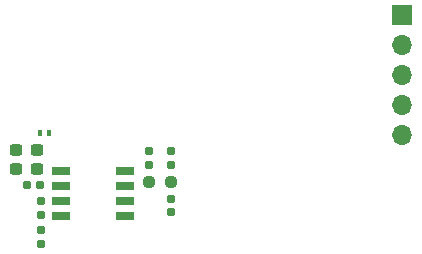
<source format=gbr>
%TF.GenerationSoftware,KiCad,Pcbnew,7.0.10*%
%TF.CreationDate,2024-02-25T20:31:22-06:00*%
%TF.ProjectId,IFBoard,4946426f-6172-4642-9e6b-696361645f70,rev?*%
%TF.SameCoordinates,Original*%
%TF.FileFunction,Soldermask,Bot*%
%TF.FilePolarity,Negative*%
%FSLAX46Y46*%
G04 Gerber Fmt 4.6, Leading zero omitted, Abs format (unit mm)*
G04 Created by KiCad (PCBNEW 7.0.10) date 2024-02-25 20:31:22*
%MOMM*%
%LPD*%
G01*
G04 APERTURE LIST*
G04 Aperture macros list*
%AMRoundRect*
0 Rectangle with rounded corners*
0 $1 Rounding radius*
0 $2 $3 $4 $5 $6 $7 $8 $9 X,Y pos of 4 corners*
0 Add a 4 corners polygon primitive as box body*
4,1,4,$2,$3,$4,$5,$6,$7,$8,$9,$2,$3,0*
0 Add four circle primitives for the rounded corners*
1,1,$1+$1,$2,$3*
1,1,$1+$1,$4,$5*
1,1,$1+$1,$6,$7*
1,1,$1+$1,$8,$9*
0 Add four rect primitives between the rounded corners*
20,1,$1+$1,$2,$3,$4,$5,0*
20,1,$1+$1,$4,$5,$6,$7,0*
20,1,$1+$1,$6,$7,$8,$9,0*
20,1,$1+$1,$8,$9,$2,$3,0*%
G04 Aperture macros list end*
%ADD10R,1.700000X1.700000*%
%ADD11O,1.700000X1.700000*%
%ADD12RoundRect,0.155000X-0.155000X0.212500X-0.155000X-0.212500X0.155000X-0.212500X0.155000X0.212500X0*%
%ADD13RoundRect,0.160000X0.160000X-0.197500X0.160000X0.197500X-0.160000X0.197500X-0.160000X-0.197500X0*%
%ADD14R,0.400000X0.500000*%
%ADD15RoundRect,0.237500X0.250000X0.237500X-0.250000X0.237500X-0.250000X-0.237500X0.250000X-0.237500X0*%
%ADD16R,1.526000X0.650000*%
%ADD17RoundRect,0.237500X0.300000X0.237500X-0.300000X0.237500X-0.300000X-0.237500X0.300000X-0.237500X0*%
%ADD18RoundRect,0.155000X0.212500X0.155000X-0.212500X0.155000X-0.212500X-0.155000X0.212500X-0.155000X0*%
%ADD19RoundRect,0.155000X0.155000X-0.212500X0.155000X0.212500X-0.155000X0.212500X-0.155000X-0.212500X0*%
%ADD20RoundRect,0.160000X-0.160000X0.197500X-0.160000X-0.197500X0.160000X-0.197500X0.160000X0.197500X0*%
G04 APERTURE END LIST*
D10*
%TO.C,J1*%
X137600000Y-105325000D03*
D11*
X137600000Y-107865000D03*
X137600000Y-110405000D03*
X137600000Y-112945000D03*
X137600000Y-115485000D03*
%TD*%
D12*
%TO.C,C16*%
X118000000Y-120832500D03*
X118000000Y-121967500D03*
%TD*%
D13*
%TO.C,R10*%
X107000000Y-122197500D03*
X107000000Y-121002500D03*
%TD*%
D14*
%TO.C,FB3*%
X106900000Y-115300000D03*
X107700000Y-115300000D03*
%TD*%
D15*
%TO.C,R9*%
X118012500Y-119400000D03*
X116187500Y-119400000D03*
%TD*%
D16*
%TO.C,IC3*%
X114112000Y-118495000D03*
X114112000Y-119765000D03*
X114112000Y-121035000D03*
X114112000Y-122305000D03*
X108688000Y-122305000D03*
X108688000Y-121035000D03*
X108688000Y-119765000D03*
X108688000Y-118495000D03*
%TD*%
D17*
%TO.C,C12*%
X106662500Y-118350000D03*
X104937500Y-118350000D03*
%TD*%
D18*
%TO.C,C11*%
X106967500Y-119700000D03*
X105832500Y-119700000D03*
%TD*%
D13*
%TO.C,R11*%
X107000000Y-124647500D03*
X107000000Y-123452500D03*
%TD*%
D17*
%TO.C,C13*%
X106662500Y-116700000D03*
X104937500Y-116700000D03*
%TD*%
D19*
%TO.C,C17*%
X116200000Y-117967500D03*
X116200000Y-116832500D03*
%TD*%
D20*
%TO.C,R8*%
X118000000Y-116802500D03*
X118000000Y-117997500D03*
%TD*%
M02*

</source>
